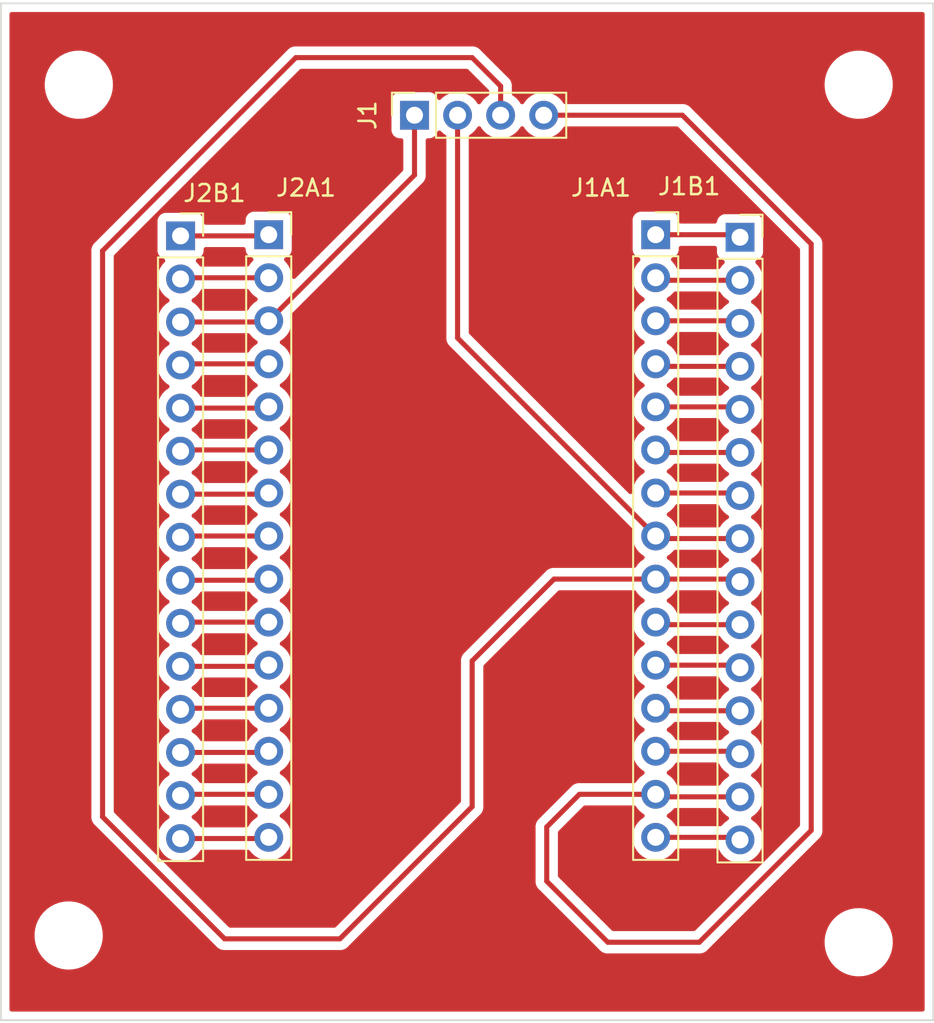
<source format=kicad_pcb>
(kicad_pcb (version 20211014) (generator pcbnew)
  (layers (0 "F.Cu" signal) (31 "B.Cu" signal) (34 "B.Paste" user) (35 "F.Paste" user) (36 "B.SilkS" user "B.Silkscreen") (37 "F.SilkS" user "F.Silkscreen") (38 "B.Mask" user) (39 "F.Mask" user) (44 "Edge.Cuts" user))
  (net 0 "")
  (net 1 "Net-(J1-Pad4)")
  (net 2 "Net-(J1-Pad3)")
  (net 3 "Net-(J1-Pad1)")
  (net 4 "Net-(J1-Pad2)")
  (net 5 "Net-(J1A1-Pad1)")
  (net 6 "Net-(J1A1-Pad2)")
  (net 7 "Net-(J1A1-Pad3)")
  (net 8 "Net-(J1A1-Pad4)")
  (net 9 "Net-(J1A1-Pad5)")
  (net 10 "Net-(J1A1-Pad6)")
  (net 11 "Net-(J1A1-Pad7)")
  (net 12 "Net-(J1A1-Pad10)")
  (net 13 "Net-(J1A1-Pad11)")
  (net 14 "Net-(J1A1-Pad12)")
  (net 15 "Net-(J1A1-Pad13)")
  (net 16 "Net-(J1A1-Pad15)")
  (net 17 "Net-(J2A1-Pad1)")
  (net 18 "Net-(J2A1-Pad2)")
  (net 19 "Net-(J2A1-Pad4)")
  (net 20 "Net-(J2A1-Pad5)")
  (net 21 "Net-(J2A1-Pad6)")
  (net 22 "Net-(J2A1-Pad7)")
  (net 23 "Net-(J2A1-Pad8)")
  (net 24 "Net-(J2A1-Pad9)")
  (net 25 "Net-(J2A1-Pad10)")
  (net 26 "Net-(J2A1-Pad11)")
  (net 27 "Net-(J2A1-Pad12)")
  (net 28 "Net-(J2A1-Pad13)")
  (net 29 "Net-(J2A1-Pad14)")
  (net 30 "Net-(J2A1-Pad15)")
  (footprint "Connector_PinSocket_2.54mm:PinSocket_1x15_P2.54mm_Vertical" (layer "F.Cu") (at 164.378367 24.585306)
    (fp_text reference "J1B1" (at -3 -3) (layer "F.SilkS"))
    (fp_text value "Conn_01x15_Female" hide)
    (fp_line (start -1.33 1.27) (end 1.33 1.27) (layer "F.SilkS") (width 0.12))
    (fp_line (start -1.33 36.89) (end 1.33 36.89) (layer "F.SilkS") (width 0.12))
    (fp_line (start 0 -1.33) (end 1.33 -1.33) (layer "F.SilkS") (width 0.12))
    (fp_line (start -1.33 1.27) (end -1.33 36.89) (layer "F.SilkS") (width 0.12))
    (fp_line (start 1.33 1.27) (end 1.33 36.89) (layer "F.SilkS") (width 0.12))
    (fp_line (start 1.33 -1.33) (end 1.33 0) (layer "F.SilkS") (width 0.12))
    (pad "1" thru_hole rect (at 0 0) (size 1.7 1.7) (drill 1) (layers *.Cu *.Mask) (net 5 "Net-(J1A1-Pad1)"))
    (pad "2" thru_hole oval (at 0 2.54) (size 1.7 1.7) (drill 1) (layers *.Cu *.Mask) (net 6 "Net-(J1A1-Pad2)"))
    (pad "3" thru_hole oval (at 0 5.08) (size 1.7 1.7) (drill 1) (layers *.Cu *.Mask) (net 7 "Net-(J1A1-Pad3)"))
    (pad "4" thru_hole oval (at 0 7.62) (size 1.7 1.7) (drill 1) (layers *.Cu *.Mask) (net 8 "Net-(J1A1-Pad4)"))
    (pad "5" thru_hole oval (at 0 10.16) (size 1.7 1.7) (drill 1) (layers *.Cu *.Mask) (net 9 "Net-(J1A1-Pad5)"))
    (pad "6" thru_hole oval (at 0 12.7) (size 1.7 1.7) (drill 1) (layers *.Cu *.Mask) (net 10 "Net-(J1A1-Pad6)"))
    (pad "7" thru_hole oval (at 0 15.24) (size 1.7 1.7) (drill 1) (layers *.Cu *.Mask) (net 11 "Net-(J1A1-Pad7)"))
    (pad "8" thru_hole oval (at 0 17.78) (size 1.7 1.7) (drill 1) (layers *.Cu *.Mask) (net 4 "Net-(J1-Pad2)"))
    (pad "9" thru_hole oval (at 0 20.32) (size 1.7 1.7) (drill 1) (layers *.Cu *.Mask) (net 2 "Net-(J1-Pad3)"))
    (pad "10" thru_hole oval (at 0 22.86) (size 1.7 1.7) (drill 1) (layers *.Cu *.Mask) (net 12 "Net-(J1A1-Pad10)"))
    (pad "11" thru_hole oval (at 0 25.4) (size 1.7 1.7) (drill 1) (layers *.Cu *.Mask) (net 13 "Net-(J1A1-Pad11)"))
    (pad "12" thru_hole oval (at 0 27.94) (size 1.7 1.7) (drill 1) (layers *.Cu *.Mask) (net 14 "Net-(J1A1-Pad12)"))
    (pad "13" thru_hole oval (at 0 30.48) (size 1.7 1.7) (drill 1) (layers *.Cu *.Mask) (net 15 "Net-(J1A1-Pad13)"))
    (pad "14" thru_hole oval (at 0 33.02) (size 1.7 1.7) (drill 1) (layers *.Cu *.Mask) (net 1 "Net-(J1-Pad4)"))
    (pad "15" thru_hole oval (at 0 35.56) (size 1.7 1.7) (drill 1) (layers *.Cu *.Mask) (net 16 "Net-(J1A1-Pad15)"))
  )
  (footprint "Connector_PinSocket_2.54mm:PinSocket_1x04_P2.54mm_Vertical" (layer "F.Cu") (at 145.178367 17.385306 90)
    (fp_text reference "J1" (at 0 -2.77 90) (layer "F.SilkS"))
    (fp_text value "Conn_01x04_Female" hide)
    (fp_line (start 1.33 1.27) (end 1.33 8.95) (layer "F.SilkS") (width 0.12))
    (fp_line (start -1.33 8.95) (end 1.33 8.95) (layer "F.SilkS") (width 0.12))
    (fp_line (start -1.33 1.27) (end 1.33 1.27) (layer "F.SilkS") (width 0.12))
    (fp_line (start 0 -1.33) (end 1.33 -1.33) (layer "F.SilkS") (width 0.12))
    (fp_line (start -1.33 1.27) (end -1.33 8.95) (layer "F.SilkS") (width 0.12))
    (fp_line (start 1.33 -1.33) (end 1.33 0) (layer "F.SilkS") (width 0.12))
    (pad "1" thru_hole rect (at 0 0 90) (size 1.7 1.7) (drill 1) (layers *.Cu *.Mask) (net 3 "Net-(J1-Pad1)"))
    (pad "2" thru_hole oval (at 0 2.54 90) (size 1.7 1.7) (drill 1) (layers *.Cu *.Mask) (net 4 "Net-(J1-Pad2)"))
    (pad "3" thru_hole oval (at 0 5.08 90) (size 1.7 1.7) (drill 1) (layers *.Cu *.Mask) (net 2 "Net-(J1-Pad3)"))
    (pad "4" thru_hole oval (at 0 7.62 90) (size 1.7 1.7) (drill 1) (layers *.Cu *.Mask) (net 1 "Net-(J1-Pad4)"))
  )
  (footprint "MountingHole:MountingHole_3mm" (layer "F.Cu") (at 125.378367 15.585306)
    (fp_text reference "H4" hide)
    (fp_text value "MountingHole" hide)
    (pad "" np_thru_hole circle (at 0 0) (size 3 3) (drill 3) (layers *.Cu *.Mask))
  )
  (footprint "Connector_PinSocket_2.54mm:PinSocket_1x15_P2.54mm_Vertical" (layer "F.Cu") (at 159.403367 24.435306)
    (fp_text reference "J1A1" (at -3.225 -2.77) (layer "F.SilkS"))
    (fp_text value "Conn_01x15_Female" hide)
    (fp_line (start -1.33 1.27) (end -1.33 36.89) (layer "F.SilkS") (width 0.12))
    (fp_line (start 1.33 -1.33) (end 1.33 0) (layer "F.SilkS") (width 0.12))
    (fp_line (start -1.33 1.27) (end 1.33 1.27) (layer "F.SilkS") (width 0.12))
    (fp_line (start 1.33 1.27) (end 1.33 36.89) (layer "F.SilkS") (width 0.12))
    (fp_line (start 0 -1.33) (end 1.33 -1.33) (layer "F.SilkS") (width 0.12))
    (fp_line (start -1.33 36.89) (end 1.33 36.89) (layer "F.SilkS") (width 0.12))
    (pad "1" thru_hole rect (at 0 0) (size 1.7 1.7) (drill 1) (layers *.Cu *.Mask) (net 5 "Net-(J1A1-Pad1)"))
    (pad "2" thru_hole oval (at 0 2.54) (size 1.7 1.7) (drill 1) (layers *.Cu *.Mask) (net 6 "Net-(J1A1-Pad2)"))
    (pad "3" thru_hole oval (at 0 5.08) (size 1.7 1.7) (drill 1) (layers *.Cu *.Mask) (net 7 "Net-(J1A1-Pad3)"))
    (pad "4" thru_hole oval (at 0 7.62) (size 1.7 1.7) (drill 1) (layers *.Cu *.Mask) (net 8 "Net-(J1A1-Pad4)"))
    (pad "5" thru_hole oval (at 0 10.16) (size 1.7 1.7) (drill 1) (layers *.Cu *.Mask) (net 9 "Net-(J1A1-Pad5)"))
    (pad "6" thru_hole oval (at 0 12.7) (size 1.7 1.7) (drill 1) (layers *.Cu *.Mask) (net 10 "Net-(J1A1-Pad6)"))
    (pad "7" thru_hole oval (at 0 15.24) (size 1.7 1.7) (drill 1) (layers *.Cu *.Mask) (net 11 "Net-(J1A1-Pad7)"))
    (pad "8" thru_hole oval (at 0 17.78) (size 1.7 1.7) (drill 1) (layers *.Cu *.Mask) (net 4 "Net-(J1-Pad2)"))
    (pad "9" thru_hole oval (at 0 20.32) (size 1.7 1.7) (drill 1) (layers *.Cu *.Mask) (net 2 "Net-(J1-Pad3)"))
    (pad "10" thru_hole oval (at 0 22.86) (size 1.7 1.7) (drill 1) (layers *.Cu *.Mask) (net 12 "Net-(J1A1-Pad10)"))
    (pad "11" thru_hole oval (at 0 25.4) (size 1.7 1.7) (drill 1) (layers *.Cu *.Mask) (net 13 "Net-(J1A1-Pad11)"))
    (pad "12" thru_hole oval (at 0 27.94) (size 1.7 1.7) (drill 1) (layers *.Cu *.Mask) (net 14 "Net-(J1A1-Pad12)"))
    (pad "13" thru_hole oval (at 0 30.48) (size 1.7 1.7) (drill 1) (layers *.Cu *.Mask) (net 15 "Net-(J1A1-Pad13)"))
    (pad "14" thru_hole oval (at 0 33.02) (size 1.7 1.7) (drill 1) (layers *.Cu *.Mask) (net 1 "Net-(J1-Pad4)"))
    (pad "15" thru_hole oval (at 0 35.56) (size 1.7 1.7) (drill 1) (layers *.Cu *.Mask) (net 16 "Net-(J1A1-Pad15)"))
  )
  (footprint "MountingHole:MountingHole_3mm" (layer "F.Cu") (at 124.778367 65.785306)
    (fp_text reference "H3" hide)
    (fp_text value "MountingHole" hide)
    (pad "" np_thru_hole circle (at 0 0) (size 3 3) (drill 3) (layers *.Cu *.Mask))
  )
  (footprint "MountingHole:MountingHole_3mm" (layer "F.Cu") (at 171.378367 66.185306)
    (fp_text reference "H1" hide)
    (fp_text value "MountingHole" hide)
    (pad "" np_thru_hole circle (at 0 0) (size 3 3) (drill 3) (layers *.Cu *.Mask))
  )
  (footprint "MountingHole:MountingHole_3mm" (layer "F.Cu") (at 171.378367 15.585306)
    (fp_text reference "H2" hide)
    (fp_text value "MountingHole" hide)
    (pad "" np_thru_hole circle (at 0 0) (size 3 3) (drill 3) (layers *.Cu *.Mask))
  )
  (footprint "Connector_PinSocket_2.54mm:PinSocket_1x15_P2.54mm_Vertical" (layer "F.Cu") (at 131.378367 24.505306)
    (fp_text reference "J2B1" (at 2 -2.52) (layer "F.SilkS"))
    (fp_text value "Conn_01x15_Female" hide)
    (fp_line (start 0 -1.33) (end 1.33 -1.33) (layer "F.SilkS") (width 0.12))
    (fp_line (start -1.33 1.27) (end 1.33 1.27) (layer "F.SilkS") (width 0.12))
    (fp_line (start -1.33 1.27) (end -1.33 36.89) (layer "F.SilkS") (width 0.12))
    (fp_line (start 1.33 1.27) (end 1.33 36.89) (layer "F.SilkS") (width 0.12))
    (fp_line (start 1.33 -1.33) (end 1.33 0) (layer "F.SilkS") (width 0.12))
    (fp_line (start -1.33 36.89) (end 1.33 36.89) (layer "F.SilkS") (width 0.12))
    (pad "1" thru_hole rect (at 0 0) (size 1.7 1.7) (drill 1) (layers *.Cu *.Mask) (net 17 "Net-(J2A1-Pad1)"))
    (pad "2" thru_hole oval (at 0 2.54) (size 1.7 1.7) (drill 1) (layers *.Cu *.Mask) (net 18 "Net-(J2A1-Pad2)"))
    (pad "3" thru_hole oval (at 0 5.08) (size 1.7 1.7) (drill 1) (layers *.Cu *.Mask) (net 3 "Net-(J1-Pad1)"))
    (pad "4" thru_hole oval (at 0 7.62) (size 1.7 1.7) (drill 1) (layers *.Cu *.Mask) (net 19 "Net-(J2A1-Pad4)"))
    (pad "5" thru_hole oval (at 0 10.16) (size 1.7 1.7) (drill 1) (layers *.Cu *.Mask) (net 20 "Net-(J2A1-Pad5)"))
    (pad "6" thru_hole oval (at 0 12.7) (size 1.7 1.7) (drill 1) (layers *.Cu *.Mask) (net 21 "Net-(J2A1-Pad6)"))
    (pad "7" thru_hole oval (at 0 15.24) (size 1.7 1.7) (drill 1) (layers *.Cu *.Mask) (net 22 "Net-(J2A1-Pad7)"))
    (pad "8" thru_hole oval (at 0 17.78) (size 1.7 1.7) (drill 1) (layers *.Cu *.Mask) (net 23 "Net-(J2A1-Pad8)"))
    (pad "9" thru_hole oval (at 0 20.32) (size 1.7 1.7) (drill 1) (layers *.Cu *.Mask) (net 24 "Net-(J2A1-Pad9)"))
    (pad "10" thru_hole oval (at 0 22.86) (size 1.7 1.7) (drill 1) (layers *.Cu *.Mask) (net 25 "Net-(J2A1-Pad10)"))
    (pad "11" thru_hole oval (at 0 25.4) (size 1.7 1.7) (drill 1) (layers *.Cu *.Mask) (net 26 "Net-(J2A1-Pad11)"))
    (pad "12" thru_hole oval (at 0 27.94) (size 1.7 1.7) (drill 1) (layers *.Cu *.Mask) (net 27 "Net-(J2A1-Pad12)"))
    (pad "13" thru_hole oval (at 0 30.48) (size 1.7 1.7) (drill 1) (layers *.Cu *.Mask) (net 28 "Net-(J2A1-Pad13)"))
    (pad "14" thru_hole oval (at 0 33.02) (size 1.7 1.7) (drill 1) (layers *.Cu *.Mask) (net 29 "Net-(J2A1-Pad14)"))
    (pad "15" thru_hole oval (at 0 35.56) (size 1.7 1.7) (drill 1) (layers *.Cu *.Mask) (net 30 "Net-(J2A1-Pad15)"))
  )
  (footprint "Connector_PinSocket_2.54mm:PinSocket_1x15_P2.54mm_Vertical" (layer "F.Cu") (at 136.578367 24.435306)
    (fp_text reference "J2A1" (at 2.2 -2.77) (layer "F.SilkS"))
    (fp_text value "Conn_01x15_Female" hide)
    (fp_line (start -1.33 1.27) (end -1.33 36.89) (layer "F.SilkS") (width 0.12))
    (fp_line (start 1.33 -1.33) (end 1.33 0) (layer "F.SilkS") (width 0.12))
    (fp_line (start -1.33 1.27) (end 1.33 1.27) (layer "F.SilkS") (width 0.12))
    (fp_line (start 1.33 1.27) (end 1.33 36.89) (layer "F.SilkS") (width 0.12))
    (fp_line (start 0 -1.33) (end 1.33 -1.33) (layer "F.SilkS") (width 0.12))
    (fp_line (start -1.33 36.89) (end 1.33 36.89) (layer "F.SilkS") (width 0.12))
    (pad "1" thru_hole rect (at 0 0) (size 1.7 1.7) (drill 1) (layers *.Cu *.Mask) (net 17 "Net-(J2A1-Pad1)"))
    (pad "2" thru_hole oval (at 0 2.54) (size 1.7 1.7) (drill 1) (layers *.Cu *.Mask) (net 18 "Net-(J2A1-Pad2)"))
    (pad "3" thru_hole oval (at 0 5.08) (size 1.7 1.7) (drill 1) (layers *.Cu *.Mask) (net 3 "Net-(J1-Pad1)"))
    (pad "4" thru_hole oval (at 0 7.62) (size 1.7 1.7) (drill 1) (layers *.Cu *.Mask) (net 19 "Net-(J2A1-Pad4)"))
    (pad "5" thru_hole oval (at 0 10.16) (size 1.7 1.7) (drill 1) (layers *.Cu *.Mask) (net 20 "Net-(J2A1-Pad5)"))
    (pad "6" thru_hole oval (at 0 12.7) (size 1.7 1.7) (drill 1) (layers *.Cu *.Mask) (net 21 "Net-(J2A1-Pad6)"))
    (pad "7" thru_hole oval (at 0 15.24) (size 1.7 1.7) (drill 1) (layers *.Cu *.Mask) (net 22 "Net-(J2A1-Pad7)"))
    (pad "8" thru_hole oval (at 0 17.78) (size 1.7 1.7) (drill 1) (layers *.Cu *.Mask) (net 23 "Net-(J2A1-Pad8)"))
    (pad "9" thru_hole oval (at 0 20.32) (size 1.7 1.7) (drill 1) (layers *.Cu *.Mask) (net 24 "Net-(J2A1-Pad9)"))
    (pad "10" thru_hole oval (at 0 22.86) (size 1.7 1.7) (drill 1) (layers *.Cu *.Mask) (net 25 "Net-(J2A1-Pad10)"))
    (pad "11" thru_hole oval (at 0 25.4) (size 1.7 1.7) (drill 1) (layers *.Cu *.Mask) (net 26 "Net-(J2A1-Pad11)"))
    (pad "12" thru_hole oval (at 0 27.94) (size 1.7 1.7) (drill 1) (layers *.Cu *.Mask) (net 27 "Net-(J2A1-Pad12)"))
    (pad "13" thru_hole oval (at 0 30.48) (size 1.7 1.7) (drill 1) (layers *.Cu *.Mask) (net 28 "Net-(J2A1-Pad13)"))
    (pad "14" thru_hole oval (at 0 33.02) (size 1.7 1.7) (drill 1) (layers *.Cu *.Mask) (net 29 "Net-(J2A1-Pad14)"))
    (pad "15" thru_hole oval (at 0 35.56) (size 1.7 1.7) (drill 1) (layers *.Cu *.Mask) (net 30 "Net-(J2A1-Pad15)"))
  )
  (gr_rect (start 120.778367 10.785306) (end 175.778367 70.785306) (layer "Edge.Cuts") (width 0.1) (fill none))
  (segment (start 154.908367 57.455306) (end 159.403367 57.455306) (width 0.3) (layer "F.Cu") (net 1))
  (segment (start 160.978367 17.385306) (end 168.578367 24.985306) (width 0.3) (layer "F.Cu") (net 1))
  (segment (start 152.798367 17.385306) (end 160.978367 17.385306) (width 0.3) (layer "F.Cu") (net 1))
  (segment (start 156.578367 66.185306) (end 152.978367 62.585306) (width 0.3) (layer "F.Cu") (net 1))
  (segment (start 164.378367 57.605306) (end 159.553367 57.605306) (width 0.3) (layer "F.Cu") (net 1))
  (segment (start 161.978367 66.185306) (end 156.578367 66.185306) (width 0.3) (layer "F.Cu") (net 1))
  (segment (start 168.578367 24.985306) (end 168.578367 59.585306) (width 0.3) (layer "F.Cu") (net 1))
  (segment (start 152.978367 59.385306) (end 154.908367 57.455306) (width 0.3) (layer "F.Cu") (net 1))
  (segment (start 168.578367 59.585306) (end 161.978367 66.185306) (width 0.3) (layer "F.Cu") (net 1))
  (segment (start 159.553367 57.605306) (end 159.403367 57.455306) (width 0.3) (layer "F.Cu") (net 1))
  (segment (start 152.978367 62.585306) (end 152.978367 59.385306) (width 0.3) (layer "F.Cu") (net 1))
  (segment (start 138.178367 13.985306) (end 126.778367 25.385306) (width 0.3) (layer "F.Cu") (net 2))
  (segment (start 133.978367 65.985306) (end 140.778367 65.985306) (width 0.3) (layer "F.Cu") (net 2))
  (segment (start 153.408367 44.755306) (end 159.403367 44.755306) (width 0.3) (layer "F.Cu") (net 2))
  (segment (start 126.778367 58.785306) (end 133.978367 65.985306) (width 0.3) (layer "F.Cu") (net 2))
  (segment (start 126.778367 25.385306) (end 126.778367 58.785306) (width 0.3) (layer "F.Cu") (net 2))
  (segment (start 140.778367 65.985306) (end 148.578367 58.185306) (width 0.3) (layer "F.Cu") (net 2))
  (segment (start 164.228367 44.755306) (end 164.378367 44.905306) (width 0.3) (layer "F.Cu") (net 2))
  (segment (start 148.578367 49.585306) (end 153.408367 44.755306) (width 0.3) (layer "F.Cu") (net 2))
  (segment (start 159.403367 44.755306) (end 164.228367 44.755306) (width 0.3) (layer "F.Cu") (net 2))
  (segment (start 150.258367 15.665306) (end 148.578367 13.985306) (width 0.3) (layer "F.Cu") (net 2))
  (segment (start 148.578367 58.185306) (end 148.578367 49.585306) (width 0.3) (layer "F.Cu") (net 2))
  (segment (start 150.258367 17.385306) (end 150.258367 15.665306) (width 0.3) (layer "F.Cu") (net 2))
  (segment (start 148.578367 13.985306) (end 138.178367 13.985306) (width 0.3) (layer "F.Cu") (net 2))
  (segment (start 131.378367 29.585306) (end 136.508367 29.585306) (width 0.3) (layer "F.Cu") (net 3))
  (segment (start 145.178367 20.915306) (end 145.178367 17.385306) (width 0.3) (layer "F.Cu") (net 3))
  (segment (start 136.508367 29.585306) (end 136.578367 29.515306) (width 0.3) (layer "F.Cu") (net 3))
  (segment (start 136.578367 29.515306) (end 145.178367 20.915306) (width 0.3) (layer "F.Cu") (net 3))
  (segment (start 159.553367 42.365306) (end 159.403367 42.215306) (width 0.3) (layer "F.Cu") (net 4))
  (segment (start 164.378367 42.365306) (end 159.553367 42.365306) (width 0.3) (layer "F.Cu") (net 4))
  (segment (start 147.718367 17.385306) (end 147.718367 30.530306) (width 0.3) (layer "F.Cu") (net 4))
  (segment (start 147.718367 30.530306) (end 159.403367 42.215306) (width 0.3) (layer "F.Cu") (net 4))
  (segment (start 164.228367 24.435306) (end 164.378367 24.585306) (width 0.3) (layer "F.Cu") (net 5))
  (segment (start 159.403367 24.435306) (end 164.228367 24.435306) (width 0.3) (layer "F.Cu") (net 5))
  (segment (start 159.553367 27.125306) (end 159.403367 26.975306) (width 0.3) (layer "F.Cu") (net 6))
  (segment (start 164.378367 27.125306) (end 159.553367 27.125306) (width 0.3) (layer "F.Cu") (net 6))
  (segment (start 164.228367 29.515306) (end 164.378367 29.665306) (width 0.3) (layer "F.Cu") (net 7))
  (segment (start 159.403367 29.515306) (end 164.228367 29.515306) (width 0.3) (layer "F.Cu") (net 7))
  (segment (start 159.553367 32.205306) (end 159.403367 32.055306) (width 0.3) (layer "F.Cu") (net 8))
  (segment (start 164.378367 32.205306) (end 159.553367 32.205306) (width 0.3) (layer "F.Cu") (net 8))
  (segment (start 164.228367 34.595306) (end 164.378367 34.745306) (width 0.3) (layer "F.Cu") (net 9))
  (segment (start 159.403367 34.595306) (end 164.228367 34.595306) (width 0.3) (layer "F.Cu") (net 9))
  (segment (start 164.378367 37.285306) (end 159.553367 37.285306) (width 0.3) (layer "F.Cu") (net 10))
  (segment (start 159.553367 37.285306) (end 159.403367 37.135306) (width 0.3) (layer "F.Cu") (net 10))
  (segment (start 164.228367 39.675306) (end 164.378367 39.825306) (width 0.3) (layer "F.Cu") (net 11))
  (segment (start 159.403367 39.675306) (end 164.228367 39.675306) (width 0.3) (layer "F.Cu") (net 11))
  (segment (start 159.553367 47.445306) (end 159.403367 47.295306) (width 0.3) (layer "F.Cu") (net 12))
  (segment (start 164.378367 47.445306) (end 159.553367 47.445306) (width 0.3) (layer "F.Cu") (net 12))
  (segment (start 159.403367 49.835306) (end 164.228367 49.835306) (width 0.3) (layer "F.Cu") (net 13))
  (segment (start 164.228367 49.835306) (end 164.378367 49.985306) (width 0.3) (layer "F.Cu") (net 13))
  (segment (start 164.378367 52.525306) (end 159.553367 52.525306) (width 0.3) (layer "F.Cu") (net 14))
  (segment (start 159.553367 52.525306) (end 159.403367 52.375306) (width 0.3) (layer "F.Cu") (net 14))
  (segment (start 159.403367 54.915306) (end 164.228367 54.915306) (width 0.3) (layer "F.Cu") (net 15))
  (segment (start 164.228367 54.915306) (end 164.378367 55.065306) (width 0.3) (layer "F.Cu") (net 15))
  (segment (start 164.228367 59.995306) (end 164.378367 60.145306) (width 0.3) (layer "F.Cu") (net 16))
  (segment (start 159.403367 59.995306) (end 164.228367 59.995306) (width 0.3) (layer "F.Cu") (net 16))
  (segment (start 136.508367 24.505306) (end 136.578367 24.435306) (width 0.3) (layer "F.Cu") (net 17))
  (segment (start 131.378367 24.505306) (end 136.508367 24.505306) (width 0.3) (layer "F.Cu") (net 17))
  (segment (start 136.578367 26.975306) (end 131.448367 26.975306) (width 0.3) (layer "F.Cu") (net 18))
  (segment (start 131.448367 26.975306) (end 131.378367 27.045306) (width 0.3) (layer "F.Cu") (net 18))
  (segment (start 131.448367 32.055306) (end 131.378367 32.125306) (width 0.3) (layer "F.Cu") (net 19))
  (segment (start 136.578367 32.055306) (end 131.448367 32.055306) (width 0.3) (layer "F.Cu") (net 19))
  (segment (start 136.508367 34.665306) (end 136.578367 34.595306) (width 0.3) (layer "F.Cu") (net 20))
  (segment (start 131.378367 34.665306) (end 136.508367 34.665306) (width 0.3) (layer "F.Cu") (net 20))
  (segment (start 136.578367 37.135306) (end 131.448367 37.135306) (width 0.3) (layer "F.Cu") (net 21))
  (segment (start 131.448367 37.135306) (end 131.378367 37.205306) (width 0.3) (layer "F.Cu") (net 21))
  (segment (start 131.378367 39.745306) (end 136.508367 39.745306) (width 0.3) (layer "F.Cu") (net 22))
  (segment (start 136.508367 39.745306) (end 136.578367 39.675306) (width 0.3) (layer "F.Cu") (net 22))
  (segment (start 136.578367 42.215306) (end 131.448367 42.215306) (width 0.3) (layer "F.Cu") (net 23))
  (segment (start 131.448367 42.215306) (end 131.378367 42.285306) (width 0.3) (layer "F.Cu") (net 23))
  (segment (start 131.378367 44.825306) (end 136.508367 44.825306) (width 0.3) (layer "F.Cu") (net 24))
  (segment (start 136.508367 44.825306) (end 136.578367 44.755306) (width 0.3) (layer "F.Cu") (net 24))
  (segment (start 136.578367 47.295306) (end 131.448367 47.295306) (width 0.3) (layer "F.Cu") (net 25))
  (segment (start 131.448367 47.295306) (end 131.378367 47.365306) (width 0.3) (layer "F.Cu") (net 25))
  (segment (start 136.508367 49.905306) (end 136.578367 49.835306) (width 0.3) (layer "F.Cu") (net 26))
  (segment (start 131.378367 49.905306) (end 136.508367 49.905306) (width 0.3) (layer "F.Cu") (net 26))
  (segment (start 136.578367 52.375306) (end 131.448367 52.375306) (width 0.3) (layer "F.Cu") (net 27))
  (segment (start 131.448367 52.375306) (end 131.378367 52.445306) (width 0.3) (layer "F.Cu") (net 27))
  (segment (start 136.508367 54.985306) (end 136.578367 54.915306) (width 0.3) (layer "F.Cu") (net 28))
  (segment (start 131.378367 54.985306) (end 136.508367 54.985306) (width 0.3) (layer "F.Cu") (net 28))
  (segment (start 131.448367 57.455306) (end 131.378367 57.525306) (width 0.3) (layer "F.Cu") (net 29))
  (segment (start 136.578367 57.455306) (end 131.448367 57.455306) (width 0.3) (layer "F.Cu") (net 29))
  (segment (start 131.378367 60.065306) (end 136.508367 60.065306) (width 0.3) (layer "F.Cu") (net 30))
  (segment (start 136.508367 60.065306) (end 136.578367 59.995306) (width 0.3) (layer "F.Cu") (net 30))
  (zone (net 0) (net_name "") (layer "F.Cu") (connect_pads (clearance 0.508)) (min_thickness 0.254) (fill yes (thermal_gap 0.508) (thermal_bridge_width 0.508))
    (polygon (pts (xy 128.378367 10.785306) (xy 175.778367 10.785306) (xy 175.778367 70.985306) (xy 120.778367 70.985306) (xy 120.778367 10.585306) (xy 128.378367 10.585306)))
  )
)
</source>
